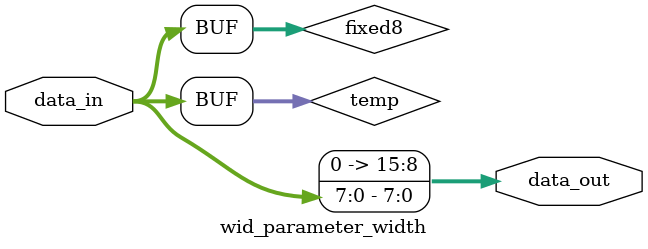
<source format=sv>

module wid_parameter_width #(
  parameter WIDTH = 8,
  parameter SIZE = 16
)(
  input wire [WIDTH-1:0] data_in,
  output logic [SIZE-1:0] data_out
);
  logic [WIDTH-1:0] temp;
  logic [7:0] fixed8;
  
  always_comb begin
    temp = data_in;      // OK: same width
    fixed8 = data_in;    // Violation if WIDTH > 8: parameter width inconsistent
    data_out = temp;     // Violation if WIDTH != SIZE: parameter width mismatch
  end
endmodule


</source>
